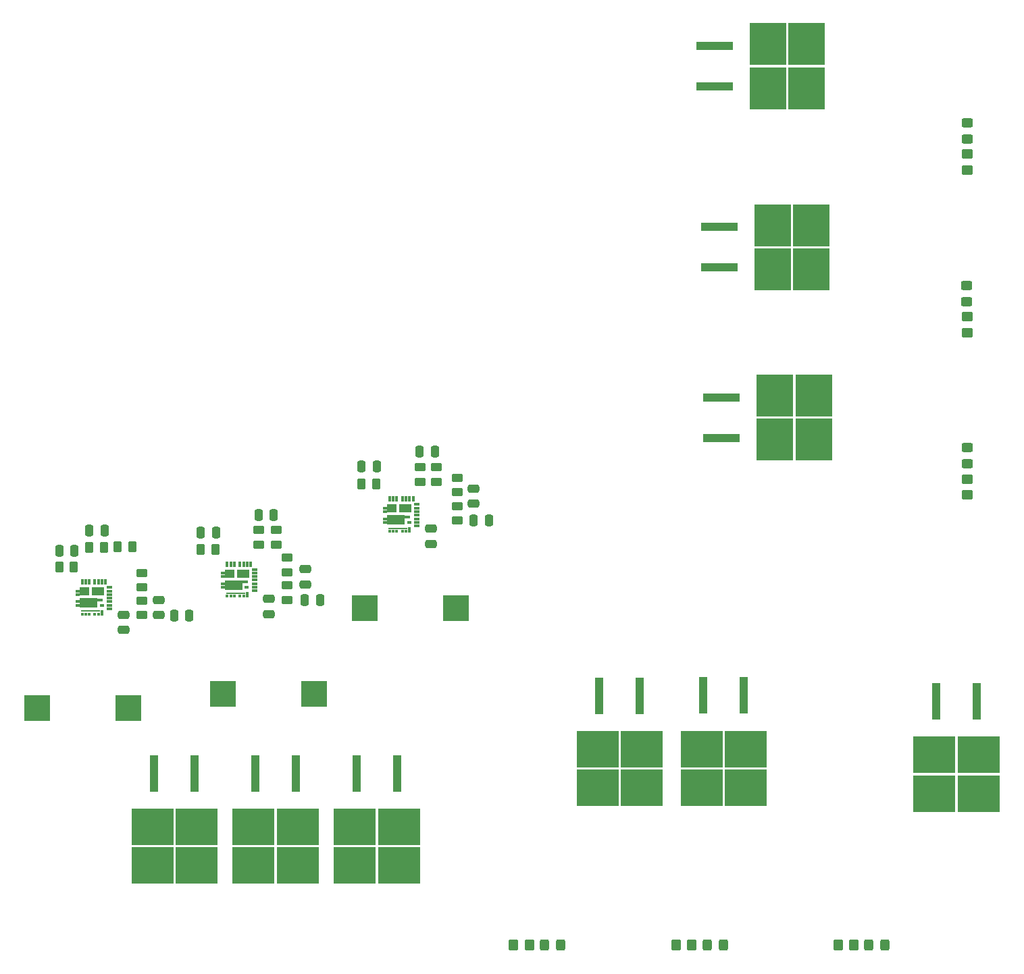
<source format=gtp>
G04 #@! TF.GenerationSoftware,KiCad,Pcbnew,(6.0.0)*
G04 #@! TF.CreationDate,2023-02-19T13:31:38-06:00*
G04 #@! TF.ProjectId,SIC431,53494334-3331-42e6-9b69-6361645f7063,rev?*
G04 #@! TF.SameCoordinates,Original*
G04 #@! TF.FileFunction,Paste,Top*
G04 #@! TF.FilePolarity,Positive*
%FSLAX46Y46*%
G04 Gerber Fmt 4.6, Leading zero omitted, Abs format (unit mm)*
G04 Created by KiCad (PCBNEW (6.0.0)) date 2023-02-19 13:31:38*
%MOMM*%
%LPD*%
G01*
G04 APERTURE LIST*
G04 Aperture macros list*
%AMRoundRect*
0 Rectangle with rounded corners*
0 $1 Rounding radius*
0 $2 $3 $4 $5 $6 $7 $8 $9 X,Y pos of 4 corners*
0 Add a 4 corners polygon primitive as box body*
4,1,4,$2,$3,$4,$5,$6,$7,$8,$9,$2,$3,0*
0 Add four circle primitives for the rounded corners*
1,1,$1+$1,$2,$3*
1,1,$1+$1,$4,$5*
1,1,$1+$1,$6,$7*
1,1,$1+$1,$8,$9*
0 Add four rect primitives between the rounded corners*
20,1,$1+$1,$2,$3,$4,$5,0*
20,1,$1+$1,$4,$5,$6,$7,0*
20,1,$1+$1,$6,$7,$8,$9,0*
20,1,$1+$1,$8,$9,$2,$3,0*%
G04 Aperture macros list end*
%ADD10RoundRect,0.250000X0.262500X0.450000X-0.262500X0.450000X-0.262500X-0.450000X0.262500X-0.450000X0*%
%ADD11RoundRect,0.250000X-0.450000X0.325000X-0.450000X-0.325000X0.450000X-0.325000X0.450000X0.325000X0*%
%ADD12RoundRect,0.250000X0.450000X-0.262500X0.450000X0.262500X-0.450000X0.262500X-0.450000X-0.262500X0*%
%ADD13RoundRect,0.250000X0.450000X-0.350000X0.450000X0.350000X-0.450000X0.350000X-0.450000X-0.350000X0*%
%ADD14R,4.550000X5.250000*%
%ADD15R,4.600000X1.100000*%
%ADD16R,5.250000X4.550000*%
%ADD17R,1.100000X4.600000*%
%ADD18RoundRect,0.250000X0.475000X-0.250000X0.475000X0.250000X-0.475000X0.250000X-0.475000X-0.250000X0*%
%ADD19RoundRect,0.250000X-0.250000X-0.475000X0.250000X-0.475000X0.250000X0.475000X-0.250000X0.475000X0*%
%ADD20RoundRect,0.250000X-0.475000X0.250000X-0.475000X-0.250000X0.475000X-0.250000X0.475000X0.250000X0*%
%ADD21RoundRect,0.250000X0.250000X0.475000X-0.250000X0.475000X-0.250000X-0.475000X0.250000X-0.475000X0*%
%ADD22RoundRect,0.250000X0.325000X0.450000X-0.325000X0.450000X-0.325000X-0.450000X0.325000X-0.450000X0*%
%ADD23RoundRect,0.250000X-0.350000X-0.450000X0.350000X-0.450000X0.350000X0.450000X-0.350000X0.450000X0*%
%ADD24R,0.550000X0.300000*%
%ADD25R,0.300000X0.450000*%
%ADD26R,2.350000X0.280000*%
%ADD27R,0.300000X0.730000*%
%ADD28R,0.725000X0.300000*%
%ADD29R,0.300000X0.725000*%
%ADD30R,1.575000X1.050000*%
%ADD31R,1.150000X1.050000*%
%ADD32R,2.175000X1.200000*%
%ADD33R,0.650000X0.455000*%
%ADD34R,0.580000X0.380000*%
%ADD35RoundRect,0.250000X-0.450000X0.262500X-0.450000X-0.262500X0.450000X-0.262500X0.450000X0.262500X0*%
%ADD36RoundRect,0.250000X-0.262500X-0.450000X0.262500X-0.450000X0.262500X0.450000X-0.262500X0.450000X0*%
%ADD37R,3.175000X3.300000*%
G04 APERTURE END LIST*
D10*
X28207500Y-92750000D03*
X26382500Y-92750000D03*
D11*
X140150000Y-57405000D03*
X140150000Y-59455000D03*
D12*
X73650000Y-82012500D03*
X73650000Y-80187500D03*
D13*
X140170000Y-83680000D03*
X140170000Y-81680000D03*
D14*
X120670000Y-49850000D03*
X120670000Y-55400000D03*
X115820000Y-49850000D03*
X115820000Y-55400000D03*
D15*
X109095000Y-55165000D03*
X109095000Y-50085000D03*
D16*
X68975000Y-125310000D03*
X68975000Y-130160000D03*
X63425000Y-125310000D03*
X63425000Y-130160000D03*
D17*
X63660000Y-118585000D03*
X68740000Y-118585000D03*
D10*
X45952500Y-90537500D03*
X44127500Y-90537500D03*
D18*
X57180000Y-94910000D03*
X57180000Y-93010000D03*
D19*
X78335000Y-86910000D03*
X80235000Y-86910000D03*
D16*
X93845000Y-115580000D03*
X93845000Y-120430000D03*
X99395000Y-115580000D03*
X99395000Y-120430000D03*
D17*
X94080000Y-108855000D03*
X99160000Y-108855000D03*
D10*
X66112500Y-82330000D03*
X64287500Y-82330000D03*
D20*
X34475000Y-98720000D03*
X34475000Y-100620000D03*
D21*
X46010000Y-88367500D03*
X44110000Y-88367500D03*
D22*
X89252500Y-140160000D03*
X87202500Y-140160000D03*
D23*
X103690000Y-140160000D03*
X105690000Y-140160000D03*
D19*
X57170000Y-96886250D03*
X59070000Y-96886250D03*
D24*
X28690000Y-95725000D03*
X28690000Y-96175000D03*
X28690000Y-97075000D03*
X28690000Y-97525000D03*
D25*
X29240000Y-98625000D03*
X29690000Y-98625000D03*
X30140000Y-98625000D03*
X30840000Y-98625000D03*
X31290000Y-98625000D03*
D26*
X30265000Y-98260000D03*
D27*
X31740000Y-98485000D03*
D28*
X32652500Y-97975000D03*
X32652500Y-97525000D03*
X32652500Y-97075000D03*
X32652500Y-96625000D03*
X32652500Y-96175000D03*
X32652500Y-95725000D03*
X32652500Y-95275000D03*
D29*
X32190000Y-94612500D03*
X31740000Y-94612500D03*
X31290000Y-94612500D03*
X30840000Y-94612500D03*
X30140000Y-94612500D03*
X29690000Y-94612500D03*
X29240000Y-94612500D03*
D30*
X31202500Y-95800000D03*
D31*
X29540000Y-95800000D03*
D32*
X30052500Y-97225000D03*
D33*
X31465000Y-96852500D03*
D34*
X31700000Y-97540000D03*
D16*
X56285000Y-130160000D03*
X56285000Y-125310000D03*
X50735000Y-125310000D03*
X50735000Y-130160000D03*
D17*
X50970000Y-118585000D03*
X56050000Y-118585000D03*
D11*
X140170000Y-37005000D03*
X140170000Y-39055000D03*
D13*
X140160000Y-63300000D03*
X140160000Y-61300000D03*
D24*
X67227500Y-85315000D03*
X67227500Y-85765000D03*
X67227500Y-86665000D03*
X67227500Y-87115000D03*
D25*
X67777500Y-88215000D03*
X68227500Y-88215000D03*
X68677500Y-88215000D03*
X69377500Y-88215000D03*
X69827500Y-88215000D03*
D26*
X68802500Y-87850000D03*
D27*
X70277500Y-88075000D03*
D28*
X71190000Y-87565000D03*
X71190000Y-87115000D03*
X71190000Y-86665000D03*
X71190000Y-86215000D03*
X71190000Y-85765000D03*
X71190000Y-85315000D03*
X71190000Y-84865000D03*
D29*
X70727500Y-84202500D03*
X70277500Y-84202500D03*
X69827500Y-84202500D03*
X69377500Y-84202500D03*
X68677500Y-84202500D03*
X68227500Y-84202500D03*
X67777500Y-84202500D03*
D30*
X69740000Y-85390000D03*
D31*
X68077500Y-85390000D03*
D32*
X68590000Y-86815000D03*
D33*
X70002500Y-86442500D03*
D34*
X70237500Y-87130000D03*
D35*
X36735000Y-96917500D03*
X36735000Y-98742500D03*
D19*
X40795000Y-98780000D03*
X42695000Y-98780000D03*
D36*
X33682500Y-90210000D03*
X35507500Y-90210000D03*
X30142500Y-90220000D03*
X31967500Y-90220000D03*
D19*
X30135000Y-88130000D03*
X32035000Y-88130000D03*
D21*
X66170000Y-80120000D03*
X64270000Y-80120000D03*
D14*
X115235000Y-27135000D03*
X115235000Y-32685000D03*
X120085000Y-32685000D03*
X120085000Y-27135000D03*
D15*
X108510000Y-32450000D03*
X108510000Y-27370000D03*
D23*
X83330000Y-140160000D03*
X85330000Y-140160000D03*
D22*
X109612500Y-140160000D03*
X107562500Y-140160000D03*
D12*
X36735000Y-95282500D03*
X36735000Y-93457500D03*
D19*
X51340000Y-86227500D03*
X53240000Y-86227500D03*
D13*
X140170000Y-42900000D03*
X140170000Y-40900000D03*
D35*
X76290000Y-85080000D03*
X76290000Y-86905000D03*
D18*
X78290000Y-84790000D03*
X78290000Y-82890000D03*
D22*
X129905000Y-140160000D03*
X127855000Y-140160000D03*
D37*
X64705000Y-97920000D03*
X76135000Y-97920000D03*
D16*
X106890000Y-115540000D03*
X112440000Y-115540000D03*
X106890000Y-120390000D03*
X112440000Y-120390000D03*
D17*
X107125000Y-108815000D03*
X112205000Y-108815000D03*
D20*
X72940000Y-87930000D03*
X72940000Y-89830000D03*
D37*
X46905000Y-108640000D03*
X58335000Y-108640000D03*
D24*
X46885000Y-93462500D03*
X46885000Y-93912500D03*
X46885000Y-94812500D03*
X46885000Y-95262500D03*
D25*
X47435000Y-96362500D03*
X47885000Y-96362500D03*
X48335000Y-96362500D03*
X49035000Y-96362500D03*
X49485000Y-96362500D03*
D26*
X48460000Y-95997500D03*
D27*
X49935000Y-96222500D03*
D28*
X50847500Y-95712500D03*
X50847500Y-95262500D03*
X50847500Y-94812500D03*
X50847500Y-94362500D03*
X50847500Y-93912500D03*
X50847500Y-93462500D03*
X50847500Y-93012500D03*
D29*
X50385000Y-92350000D03*
X49935000Y-92350000D03*
X49485000Y-92350000D03*
X49035000Y-92350000D03*
X48335000Y-92350000D03*
X47885000Y-92350000D03*
X47435000Y-92350000D03*
D30*
X49397500Y-93537500D03*
D31*
X47735000Y-93537500D03*
D32*
X48247500Y-94962500D03*
D33*
X49660000Y-94590000D03*
D34*
X49895000Y-95277500D03*
D18*
X38835000Y-98750000D03*
X38835000Y-96850000D03*
D21*
X28295000Y-90670000D03*
X26395000Y-90670000D03*
D16*
X43595000Y-125310000D03*
X38045000Y-125310000D03*
X38045000Y-130160000D03*
X43595000Y-130160000D03*
D17*
X38280000Y-118585000D03*
X43360000Y-118585000D03*
D14*
X116100000Y-76740000D03*
X120950000Y-71190000D03*
X116100000Y-71190000D03*
X120950000Y-76740000D03*
D15*
X109375000Y-76505000D03*
X109375000Y-71425000D03*
D35*
X71580000Y-80187500D03*
X71580000Y-82012500D03*
D16*
X136075000Y-116295000D03*
X141625000Y-116295000D03*
X136075000Y-121145000D03*
X141625000Y-121145000D03*
D17*
X136310000Y-109570000D03*
X141390000Y-109570000D03*
D35*
X51340000Y-88085000D03*
X51340000Y-89910000D03*
D20*
X52650000Y-96717500D03*
X52650000Y-98617500D03*
D12*
X54930000Y-93372500D03*
X54930000Y-91547500D03*
X53610000Y-89910000D03*
X53610000Y-88085000D03*
D37*
X23595000Y-110370000D03*
X35025000Y-110370000D03*
D12*
X76290000Y-83325000D03*
X76290000Y-81500000D03*
D19*
X71570000Y-78240000D03*
X73470000Y-78240000D03*
D35*
X54930000Y-95037500D03*
X54930000Y-96862500D03*
D11*
X140180000Y-77725000D03*
X140180000Y-79775000D03*
D23*
X123990000Y-140160000D03*
X125990000Y-140160000D03*
M02*

</source>
